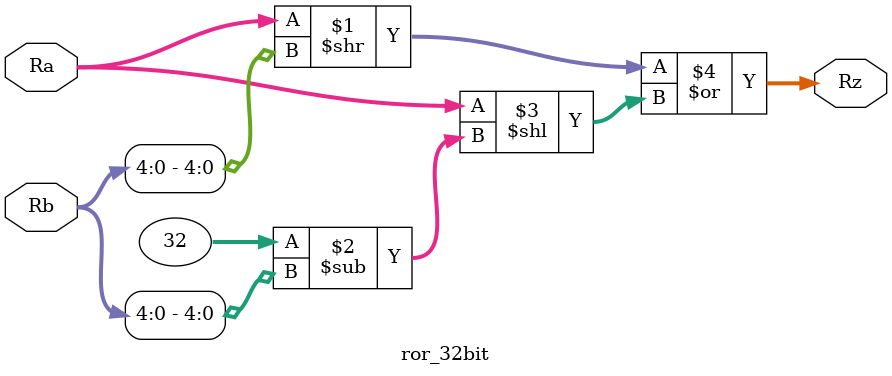
<source format=v>
module ror_32bit(
  input wire [31:0] Ra,           // Input value to rotate
  input wire [31:0] Rb,           // Rotation amount (only lower 5 bits used)
  output wire [31:0] Rz         // Rotated output
);

    // Rotate Right: Combine right-shifted and left-shifted portions
  assign Rz = (Ra >> Rb[4:0]) | (Ra << (32 - Rb[4:0]));

endmodule

</source>
